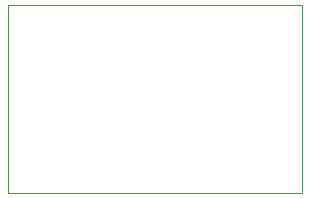
<source format=gbr>
%TF.GenerationSoftware,KiCad,Pcbnew,8.0.6*%
%TF.CreationDate,2025-05-09T13:13:28+02:00*%
%TF.ProjectId,sht31-break,73687433-312d-4627-9265-616b2e6b6963,rev?*%
%TF.SameCoordinates,Original*%
%TF.FileFunction,Profile,NP*%
%FSLAX46Y46*%
G04 Gerber Fmt 4.6, Leading zero omitted, Abs format (unit mm)*
G04 Created by KiCad (PCBNEW 8.0.6) date 2025-05-09 13:13:28*
%MOMM*%
%LPD*%
G01*
G04 APERTURE LIST*
%TA.AperFunction,Profile*%
%ADD10C,0.050000*%
%TD*%
G04 APERTURE END LIST*
D10*
X80971200Y-105163200D02*
X105871200Y-105163200D01*
X105871200Y-121063200D01*
X80971200Y-121063200D01*
X80971200Y-105163200D01*
M02*

</source>
